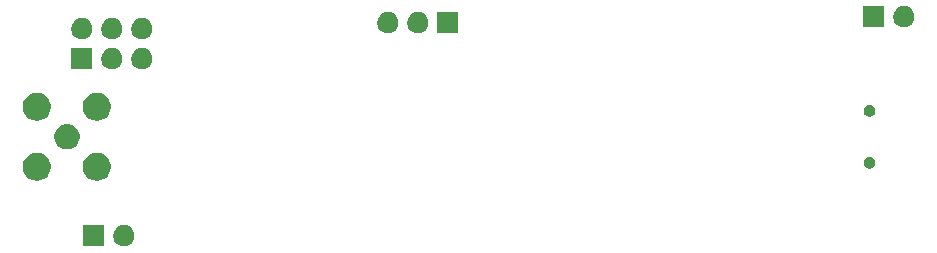
<source format=gbr>
G04 #@! TF.GenerationSoftware,KiCad,Pcbnew,5.1.5-52549c5~86~ubuntu19.10.1*
G04 #@! TF.CreationDate,2020-05-06T16:47:36-07:00*
G04 #@! TF.ProjectId,sdr,7364722e-6b69-4636-9164-5f7063625858,rev?*
G04 #@! TF.SameCoordinates,Original*
G04 #@! TF.FileFunction,Soldermask,Bot*
G04 #@! TF.FilePolarity,Negative*
%FSLAX46Y46*%
G04 Gerber Fmt 4.6, Leading zero omitted, Abs format (unit mm)*
G04 Created by KiCad (PCBNEW 5.1.5-52549c5~86~ubuntu19.10.1) date 2020-05-06 16:47:36*
%MOMM*%
%LPD*%
G04 APERTURE LIST*
%ADD10C,0.100000*%
G04 APERTURE END LIST*
D10*
G36*
X24497512Y-31615927D02*
G01*
X24646812Y-31645624D01*
X24810784Y-31713544D01*
X24958354Y-31812147D01*
X25083853Y-31937646D01*
X25182456Y-32085216D01*
X25250376Y-32249188D01*
X25285000Y-32423259D01*
X25285000Y-32600741D01*
X25250376Y-32774812D01*
X25182456Y-32938784D01*
X25083853Y-33086354D01*
X24958354Y-33211853D01*
X24810784Y-33310456D01*
X24646812Y-33378376D01*
X24497512Y-33408073D01*
X24472742Y-33413000D01*
X24295258Y-33413000D01*
X24270488Y-33408073D01*
X24121188Y-33378376D01*
X23957216Y-33310456D01*
X23809646Y-33211853D01*
X23684147Y-33086354D01*
X23585544Y-32938784D01*
X23517624Y-32774812D01*
X23483000Y-32600741D01*
X23483000Y-32423259D01*
X23517624Y-32249188D01*
X23585544Y-32085216D01*
X23684147Y-31937646D01*
X23809646Y-31812147D01*
X23957216Y-31713544D01*
X24121188Y-31645624D01*
X24270488Y-31615927D01*
X24295258Y-31611000D01*
X24472742Y-31611000D01*
X24497512Y-31615927D01*
G37*
G36*
X22745000Y-33413000D02*
G01*
X20943000Y-33413000D01*
X20943000Y-31611000D01*
X22745000Y-31611000D01*
X22745000Y-33413000D01*
G37*
G36*
X22289560Y-25509064D02*
G01*
X22441027Y-25539193D01*
X22655045Y-25627842D01*
X22655046Y-25627843D01*
X22847654Y-25756539D01*
X23011461Y-25920346D01*
X23097258Y-26048751D01*
X23140158Y-26112955D01*
X23228807Y-26326973D01*
X23274000Y-26554174D01*
X23274000Y-26785826D01*
X23228807Y-27013027D01*
X23140158Y-27227045D01*
X23140157Y-27227046D01*
X23011461Y-27419654D01*
X22847654Y-27583461D01*
X22719249Y-27669258D01*
X22655045Y-27712158D01*
X22441027Y-27800807D01*
X22289560Y-27830936D01*
X22213827Y-27846000D01*
X21982173Y-27846000D01*
X21906440Y-27830936D01*
X21754973Y-27800807D01*
X21540955Y-27712158D01*
X21476751Y-27669258D01*
X21348346Y-27583461D01*
X21184539Y-27419654D01*
X21055843Y-27227046D01*
X21055842Y-27227045D01*
X20967193Y-27013027D01*
X20922000Y-26785826D01*
X20922000Y-26554174D01*
X20967193Y-26326973D01*
X21055842Y-26112955D01*
X21098742Y-26048751D01*
X21184539Y-25920346D01*
X21348346Y-25756539D01*
X21540954Y-25627843D01*
X21540955Y-25627842D01*
X21754973Y-25539193D01*
X21906440Y-25509064D01*
X21982173Y-25494000D01*
X22213827Y-25494000D01*
X22289560Y-25509064D01*
G37*
G36*
X17209560Y-25509064D02*
G01*
X17361027Y-25539193D01*
X17575045Y-25627842D01*
X17575046Y-25627843D01*
X17767654Y-25756539D01*
X17931461Y-25920346D01*
X18017258Y-26048751D01*
X18060158Y-26112955D01*
X18148807Y-26326973D01*
X18194000Y-26554174D01*
X18194000Y-26785826D01*
X18148807Y-27013027D01*
X18060158Y-27227045D01*
X18060157Y-27227046D01*
X17931461Y-27419654D01*
X17767654Y-27583461D01*
X17639249Y-27669258D01*
X17575045Y-27712158D01*
X17361027Y-27800807D01*
X17209560Y-27830936D01*
X17133827Y-27846000D01*
X16902173Y-27846000D01*
X16826440Y-27830936D01*
X16674973Y-27800807D01*
X16460955Y-27712158D01*
X16396751Y-27669258D01*
X16268346Y-27583461D01*
X16104539Y-27419654D01*
X15975843Y-27227046D01*
X15975842Y-27227045D01*
X15887193Y-27013027D01*
X15842000Y-26785826D01*
X15842000Y-26554174D01*
X15887193Y-26326973D01*
X15975842Y-26112955D01*
X16018742Y-26048751D01*
X16104539Y-25920346D01*
X16268346Y-25756539D01*
X16460954Y-25627843D01*
X16460955Y-25627842D01*
X16674973Y-25539193D01*
X16826440Y-25509064D01*
X16902173Y-25494000D01*
X17133827Y-25494000D01*
X17209560Y-25509064D01*
G37*
G36*
X87621740Y-25838626D02*
G01*
X87670136Y-25848253D01*
X87707902Y-25863896D01*
X87761311Y-25886019D01*
X87761312Y-25886020D01*
X87843369Y-25940848D01*
X87913152Y-26010631D01*
X87913153Y-26010633D01*
X87967981Y-26092689D01*
X88005747Y-26183865D01*
X88025000Y-26280655D01*
X88025000Y-26379345D01*
X88005747Y-26476135D01*
X87967981Y-26567311D01*
X87967980Y-26567312D01*
X87913152Y-26649369D01*
X87843369Y-26719152D01*
X87802062Y-26746752D01*
X87761311Y-26773981D01*
X87707902Y-26796104D01*
X87670136Y-26811747D01*
X87621740Y-26821373D01*
X87573345Y-26831000D01*
X87474655Y-26831000D01*
X87426260Y-26821373D01*
X87377864Y-26811747D01*
X87340098Y-26796104D01*
X87286689Y-26773981D01*
X87245938Y-26746752D01*
X87204631Y-26719152D01*
X87134848Y-26649369D01*
X87080020Y-26567312D01*
X87080019Y-26567311D01*
X87042253Y-26476135D01*
X87023000Y-26379345D01*
X87023000Y-26280655D01*
X87042253Y-26183865D01*
X87080019Y-26092689D01*
X87134847Y-26010633D01*
X87134848Y-26010631D01*
X87204631Y-25940848D01*
X87286688Y-25886020D01*
X87286689Y-25886019D01*
X87340098Y-25863896D01*
X87377864Y-25848253D01*
X87426260Y-25838626D01*
X87474655Y-25829000D01*
X87573345Y-25829000D01*
X87621740Y-25838626D01*
G37*
G36*
X19733271Y-23067783D02*
G01*
X19871858Y-23095350D01*
X20067677Y-23176461D01*
X20243910Y-23294216D01*
X20393784Y-23444090D01*
X20511539Y-23620323D01*
X20592650Y-23816142D01*
X20634000Y-24024023D01*
X20634000Y-24235977D01*
X20592650Y-24443858D01*
X20511539Y-24639677D01*
X20393784Y-24815910D01*
X20243910Y-24965784D01*
X20067677Y-25083539D01*
X19871858Y-25164650D01*
X19733271Y-25192217D01*
X19663978Y-25206000D01*
X19452022Y-25206000D01*
X19382729Y-25192217D01*
X19244142Y-25164650D01*
X19048323Y-25083539D01*
X18872090Y-24965784D01*
X18722216Y-24815910D01*
X18604461Y-24639677D01*
X18523350Y-24443858D01*
X18482000Y-24235977D01*
X18482000Y-24024023D01*
X18523350Y-23816142D01*
X18604461Y-23620323D01*
X18722216Y-23444090D01*
X18872090Y-23294216D01*
X19048323Y-23176461D01*
X19244142Y-23095350D01*
X19382729Y-23067783D01*
X19452022Y-23054000D01*
X19663978Y-23054000D01*
X19733271Y-23067783D01*
G37*
G36*
X17209560Y-20429064D02*
G01*
X17361027Y-20459193D01*
X17575045Y-20547842D01*
X17575046Y-20547843D01*
X17767654Y-20676539D01*
X17931461Y-20840346D01*
X18017258Y-20968751D01*
X18060158Y-21032955D01*
X18148807Y-21246973D01*
X18194000Y-21474174D01*
X18194000Y-21705826D01*
X18148807Y-21933027D01*
X18060158Y-22147045D01*
X18046616Y-22167312D01*
X17931461Y-22339654D01*
X17767654Y-22503461D01*
X17639249Y-22589258D01*
X17575045Y-22632158D01*
X17361027Y-22720807D01*
X17209560Y-22750936D01*
X17133827Y-22766000D01*
X16902173Y-22766000D01*
X16826440Y-22750936D01*
X16674973Y-22720807D01*
X16460955Y-22632158D01*
X16396751Y-22589258D01*
X16268346Y-22503461D01*
X16104539Y-22339654D01*
X15989384Y-22167312D01*
X15975842Y-22147045D01*
X15887193Y-21933027D01*
X15842000Y-21705826D01*
X15842000Y-21474174D01*
X15887193Y-21246973D01*
X15975842Y-21032955D01*
X16018742Y-20968751D01*
X16104539Y-20840346D01*
X16268346Y-20676539D01*
X16460954Y-20547843D01*
X16460955Y-20547842D01*
X16674973Y-20459193D01*
X16826440Y-20429064D01*
X16902173Y-20414000D01*
X17133827Y-20414000D01*
X17209560Y-20429064D01*
G37*
G36*
X22289560Y-20429064D02*
G01*
X22441027Y-20459193D01*
X22655045Y-20547842D01*
X22655046Y-20547843D01*
X22847654Y-20676539D01*
X23011461Y-20840346D01*
X23097258Y-20968751D01*
X23140158Y-21032955D01*
X23228807Y-21246973D01*
X23274000Y-21474174D01*
X23274000Y-21705826D01*
X23228807Y-21933027D01*
X23140158Y-22147045D01*
X23126616Y-22167312D01*
X23011461Y-22339654D01*
X22847654Y-22503461D01*
X22719249Y-22589258D01*
X22655045Y-22632158D01*
X22441027Y-22720807D01*
X22289560Y-22750936D01*
X22213827Y-22766000D01*
X21982173Y-22766000D01*
X21906440Y-22750936D01*
X21754973Y-22720807D01*
X21540955Y-22632158D01*
X21476751Y-22589258D01*
X21348346Y-22503461D01*
X21184539Y-22339654D01*
X21069384Y-22167312D01*
X21055842Y-22147045D01*
X20967193Y-21933027D01*
X20922000Y-21705826D01*
X20922000Y-21474174D01*
X20967193Y-21246973D01*
X21055842Y-21032955D01*
X21098742Y-20968751D01*
X21184539Y-20840346D01*
X21348346Y-20676539D01*
X21540954Y-20547843D01*
X21540955Y-20547842D01*
X21754973Y-20459193D01*
X21906440Y-20429064D01*
X21982173Y-20414000D01*
X22213827Y-20414000D01*
X22289560Y-20429064D01*
G37*
G36*
X87621740Y-21438626D02*
G01*
X87670136Y-21448253D01*
X87707902Y-21463896D01*
X87761311Y-21486019D01*
X87761312Y-21486020D01*
X87843369Y-21540848D01*
X87913152Y-21610631D01*
X87913153Y-21610633D01*
X87967981Y-21692689D01*
X88005747Y-21783865D01*
X88025000Y-21880655D01*
X88025000Y-21979345D01*
X88005747Y-22076135D01*
X87967981Y-22167311D01*
X87967980Y-22167312D01*
X87913152Y-22249369D01*
X87843369Y-22319152D01*
X87812685Y-22339654D01*
X87761311Y-22373981D01*
X87707902Y-22396104D01*
X87670136Y-22411747D01*
X87621740Y-22421373D01*
X87573345Y-22431000D01*
X87474655Y-22431000D01*
X87426260Y-22421373D01*
X87377864Y-22411747D01*
X87340098Y-22396104D01*
X87286689Y-22373981D01*
X87235315Y-22339654D01*
X87204631Y-22319152D01*
X87134848Y-22249369D01*
X87080020Y-22167312D01*
X87080019Y-22167311D01*
X87042253Y-22076135D01*
X87023000Y-21979345D01*
X87023000Y-21880655D01*
X87042253Y-21783865D01*
X87080019Y-21692689D01*
X87134847Y-21610633D01*
X87134848Y-21610631D01*
X87204631Y-21540848D01*
X87286688Y-21486020D01*
X87286689Y-21486019D01*
X87340098Y-21463896D01*
X87377864Y-21448253D01*
X87426260Y-21438627D01*
X87474655Y-21429000D01*
X87573345Y-21429000D01*
X87621740Y-21438626D01*
G37*
G36*
X21729000Y-18427000D02*
G01*
X19927000Y-18427000D01*
X19927000Y-16625000D01*
X21729000Y-16625000D01*
X21729000Y-18427000D01*
G37*
G36*
X26021512Y-16629927D02*
G01*
X26170812Y-16659624D01*
X26334784Y-16727544D01*
X26482354Y-16826147D01*
X26607853Y-16951646D01*
X26706456Y-17099216D01*
X26774376Y-17263188D01*
X26809000Y-17437259D01*
X26809000Y-17614741D01*
X26774376Y-17788812D01*
X26706456Y-17952784D01*
X26607853Y-18100354D01*
X26482354Y-18225853D01*
X26334784Y-18324456D01*
X26170812Y-18392376D01*
X26021512Y-18422073D01*
X25996742Y-18427000D01*
X25819258Y-18427000D01*
X25794488Y-18422073D01*
X25645188Y-18392376D01*
X25481216Y-18324456D01*
X25333646Y-18225853D01*
X25208147Y-18100354D01*
X25109544Y-17952784D01*
X25041624Y-17788812D01*
X25007000Y-17614741D01*
X25007000Y-17437259D01*
X25041624Y-17263188D01*
X25109544Y-17099216D01*
X25208147Y-16951646D01*
X25333646Y-16826147D01*
X25481216Y-16727544D01*
X25645188Y-16659624D01*
X25794488Y-16629927D01*
X25819258Y-16625000D01*
X25996742Y-16625000D01*
X26021512Y-16629927D01*
G37*
G36*
X23481512Y-16629927D02*
G01*
X23630812Y-16659624D01*
X23794784Y-16727544D01*
X23942354Y-16826147D01*
X24067853Y-16951646D01*
X24166456Y-17099216D01*
X24234376Y-17263188D01*
X24269000Y-17437259D01*
X24269000Y-17614741D01*
X24234376Y-17788812D01*
X24166456Y-17952784D01*
X24067853Y-18100354D01*
X23942354Y-18225853D01*
X23794784Y-18324456D01*
X23630812Y-18392376D01*
X23481512Y-18422073D01*
X23456742Y-18427000D01*
X23279258Y-18427000D01*
X23254488Y-18422073D01*
X23105188Y-18392376D01*
X22941216Y-18324456D01*
X22793646Y-18225853D01*
X22668147Y-18100354D01*
X22569544Y-17952784D01*
X22501624Y-17788812D01*
X22467000Y-17614741D01*
X22467000Y-17437259D01*
X22501624Y-17263188D01*
X22569544Y-17099216D01*
X22668147Y-16951646D01*
X22793646Y-16826147D01*
X22941216Y-16727544D01*
X23105188Y-16659624D01*
X23254488Y-16629927D01*
X23279258Y-16625000D01*
X23456742Y-16625000D01*
X23481512Y-16629927D01*
G37*
G36*
X20941512Y-14089927D02*
G01*
X21090812Y-14119624D01*
X21254784Y-14187544D01*
X21402354Y-14286147D01*
X21527853Y-14411646D01*
X21626456Y-14559216D01*
X21694376Y-14723188D01*
X21729000Y-14897259D01*
X21729000Y-15074741D01*
X21694376Y-15248812D01*
X21626456Y-15412784D01*
X21527853Y-15560354D01*
X21402354Y-15685853D01*
X21254784Y-15784456D01*
X21090812Y-15852376D01*
X20941512Y-15882073D01*
X20916742Y-15887000D01*
X20739258Y-15887000D01*
X20714488Y-15882073D01*
X20565188Y-15852376D01*
X20401216Y-15784456D01*
X20253646Y-15685853D01*
X20128147Y-15560354D01*
X20029544Y-15412784D01*
X19961624Y-15248812D01*
X19927000Y-15074741D01*
X19927000Y-14897259D01*
X19961624Y-14723188D01*
X20029544Y-14559216D01*
X20128147Y-14411646D01*
X20253646Y-14286147D01*
X20401216Y-14187544D01*
X20565188Y-14119624D01*
X20714488Y-14089927D01*
X20739258Y-14085000D01*
X20916742Y-14085000D01*
X20941512Y-14089927D01*
G37*
G36*
X26021512Y-14089927D02*
G01*
X26170812Y-14119624D01*
X26334784Y-14187544D01*
X26482354Y-14286147D01*
X26607853Y-14411646D01*
X26706456Y-14559216D01*
X26774376Y-14723188D01*
X26809000Y-14897259D01*
X26809000Y-15074741D01*
X26774376Y-15248812D01*
X26706456Y-15412784D01*
X26607853Y-15560354D01*
X26482354Y-15685853D01*
X26334784Y-15784456D01*
X26170812Y-15852376D01*
X26021512Y-15882073D01*
X25996742Y-15887000D01*
X25819258Y-15887000D01*
X25794488Y-15882073D01*
X25645188Y-15852376D01*
X25481216Y-15784456D01*
X25333646Y-15685853D01*
X25208147Y-15560354D01*
X25109544Y-15412784D01*
X25041624Y-15248812D01*
X25007000Y-15074741D01*
X25007000Y-14897259D01*
X25041624Y-14723188D01*
X25109544Y-14559216D01*
X25208147Y-14411646D01*
X25333646Y-14286147D01*
X25481216Y-14187544D01*
X25645188Y-14119624D01*
X25794488Y-14089927D01*
X25819258Y-14085000D01*
X25996742Y-14085000D01*
X26021512Y-14089927D01*
G37*
G36*
X23481512Y-14089927D02*
G01*
X23630812Y-14119624D01*
X23794784Y-14187544D01*
X23942354Y-14286147D01*
X24067853Y-14411646D01*
X24166456Y-14559216D01*
X24234376Y-14723188D01*
X24269000Y-14897259D01*
X24269000Y-15074741D01*
X24234376Y-15248812D01*
X24166456Y-15412784D01*
X24067853Y-15560354D01*
X23942354Y-15685853D01*
X23794784Y-15784456D01*
X23630812Y-15852376D01*
X23481512Y-15882073D01*
X23456742Y-15887000D01*
X23279258Y-15887000D01*
X23254488Y-15882073D01*
X23105188Y-15852376D01*
X22941216Y-15784456D01*
X22793646Y-15685853D01*
X22668147Y-15560354D01*
X22569544Y-15412784D01*
X22501624Y-15248812D01*
X22467000Y-15074741D01*
X22467000Y-14897259D01*
X22501624Y-14723188D01*
X22569544Y-14559216D01*
X22668147Y-14411646D01*
X22793646Y-14286147D01*
X22941216Y-14187544D01*
X23105188Y-14119624D01*
X23254488Y-14089927D01*
X23279258Y-14085000D01*
X23456742Y-14085000D01*
X23481512Y-14089927D01*
G37*
G36*
X46849512Y-13581927D02*
G01*
X46998812Y-13611624D01*
X47162784Y-13679544D01*
X47310354Y-13778147D01*
X47435853Y-13903646D01*
X47534456Y-14051216D01*
X47602376Y-14215188D01*
X47637000Y-14389259D01*
X47637000Y-14566741D01*
X47602376Y-14740812D01*
X47534456Y-14904784D01*
X47435853Y-15052354D01*
X47310354Y-15177853D01*
X47162784Y-15276456D01*
X46998812Y-15344376D01*
X46849512Y-15374073D01*
X46824742Y-15379000D01*
X46647258Y-15379000D01*
X46622488Y-15374073D01*
X46473188Y-15344376D01*
X46309216Y-15276456D01*
X46161646Y-15177853D01*
X46036147Y-15052354D01*
X45937544Y-14904784D01*
X45869624Y-14740812D01*
X45835000Y-14566741D01*
X45835000Y-14389259D01*
X45869624Y-14215188D01*
X45937544Y-14051216D01*
X46036147Y-13903646D01*
X46161646Y-13778147D01*
X46309216Y-13679544D01*
X46473188Y-13611624D01*
X46622488Y-13581927D01*
X46647258Y-13577000D01*
X46824742Y-13577000D01*
X46849512Y-13581927D01*
G37*
G36*
X49389512Y-13581927D02*
G01*
X49538812Y-13611624D01*
X49702784Y-13679544D01*
X49850354Y-13778147D01*
X49975853Y-13903646D01*
X50074456Y-14051216D01*
X50142376Y-14215188D01*
X50177000Y-14389259D01*
X50177000Y-14566741D01*
X50142376Y-14740812D01*
X50074456Y-14904784D01*
X49975853Y-15052354D01*
X49850354Y-15177853D01*
X49702784Y-15276456D01*
X49538812Y-15344376D01*
X49389512Y-15374073D01*
X49364742Y-15379000D01*
X49187258Y-15379000D01*
X49162488Y-15374073D01*
X49013188Y-15344376D01*
X48849216Y-15276456D01*
X48701646Y-15177853D01*
X48576147Y-15052354D01*
X48477544Y-14904784D01*
X48409624Y-14740812D01*
X48375000Y-14566741D01*
X48375000Y-14389259D01*
X48409624Y-14215188D01*
X48477544Y-14051216D01*
X48576147Y-13903646D01*
X48701646Y-13778147D01*
X48849216Y-13679544D01*
X49013188Y-13611624D01*
X49162488Y-13581927D01*
X49187258Y-13577000D01*
X49364742Y-13577000D01*
X49389512Y-13581927D01*
G37*
G36*
X52717000Y-15379000D02*
G01*
X50915000Y-15379000D01*
X50915000Y-13577000D01*
X52717000Y-13577000D01*
X52717000Y-15379000D01*
G37*
G36*
X88785000Y-14871000D02*
G01*
X86983000Y-14871000D01*
X86983000Y-13069000D01*
X88785000Y-13069000D01*
X88785000Y-14871000D01*
G37*
G36*
X90537512Y-13073927D02*
G01*
X90686812Y-13103624D01*
X90850784Y-13171544D01*
X90998354Y-13270147D01*
X91123853Y-13395646D01*
X91222456Y-13543216D01*
X91290376Y-13707188D01*
X91325000Y-13881259D01*
X91325000Y-14058741D01*
X91290376Y-14232812D01*
X91222456Y-14396784D01*
X91123853Y-14544354D01*
X90998354Y-14669853D01*
X90850784Y-14768456D01*
X90686812Y-14836376D01*
X90537512Y-14866073D01*
X90512742Y-14871000D01*
X90335258Y-14871000D01*
X90310488Y-14866073D01*
X90161188Y-14836376D01*
X89997216Y-14768456D01*
X89849646Y-14669853D01*
X89724147Y-14544354D01*
X89625544Y-14396784D01*
X89557624Y-14232812D01*
X89523000Y-14058741D01*
X89523000Y-13881259D01*
X89557624Y-13707188D01*
X89625544Y-13543216D01*
X89724147Y-13395646D01*
X89849646Y-13270147D01*
X89997216Y-13171544D01*
X90161188Y-13103624D01*
X90310488Y-13073927D01*
X90335258Y-13069000D01*
X90512742Y-13069000D01*
X90537512Y-13073927D01*
G37*
M02*

</source>
